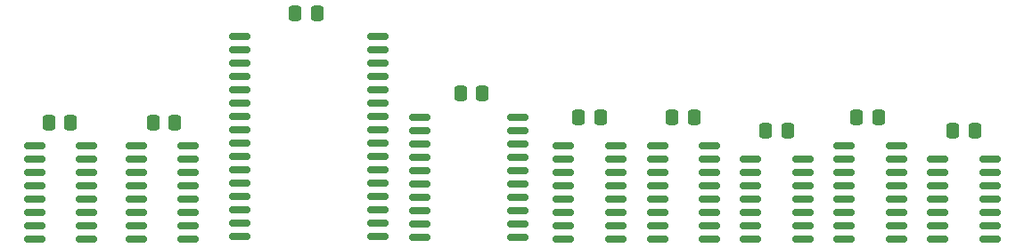
<source format=gbr>
%TF.GenerationSoftware,KiCad,Pcbnew,8.0.2*%
%TF.CreationDate,2024-08-18T09:09:39+02:00*%
%TF.ProjectId,p2000t-ram-expansion-board-128kb-smd,70323030-3074-42d7-9261-6d2d65787061,4*%
%TF.SameCoordinates,Original*%
%TF.FileFunction,Paste,Top*%
%TF.FilePolarity,Positive*%
%FSLAX46Y46*%
G04 Gerber Fmt 4.6, Leading zero omitted, Abs format (unit mm)*
G04 Created by KiCad (PCBNEW 8.0.2) date 2024-08-18 09:09:39*
%MOMM*%
%LPD*%
G01*
G04 APERTURE LIST*
G04 Aperture macros list*
%AMRoundRect*
0 Rectangle with rounded corners*
0 $1 Rounding radius*
0 $2 $3 $4 $5 $6 $7 $8 $9 X,Y pos of 4 corners*
0 Add a 4 corners polygon primitive as box body*
4,1,4,$2,$3,$4,$5,$6,$7,$8,$9,$2,$3,0*
0 Add four circle primitives for the rounded corners*
1,1,$1+$1,$2,$3*
1,1,$1+$1,$4,$5*
1,1,$1+$1,$6,$7*
1,1,$1+$1,$8,$9*
0 Add four rect primitives between the rounded corners*
20,1,$1+$1,$2,$3,$4,$5,0*
20,1,$1+$1,$4,$5,$6,$7,0*
20,1,$1+$1,$6,$7,$8,$9,0*
20,1,$1+$1,$8,$9,$2,$3,0*%
G04 Aperture macros list end*
%ADD10RoundRect,0.250000X0.337500X0.475000X-0.337500X0.475000X-0.337500X-0.475000X0.337500X-0.475000X0*%
%ADD11RoundRect,0.150000X-0.875000X-0.150000X0.875000X-0.150000X0.875000X0.150000X-0.875000X0.150000X0*%
%ADD12RoundRect,0.150000X-0.825000X-0.150000X0.825000X-0.150000X0.825000X0.150000X-0.825000X0.150000X0*%
G04 APERTURE END LIST*
D10*
%TO.C,C1*%
X87397500Y-57150000D03*
X85322500Y-57150000D03*
%TD*%
%TO.C,C9*%
X76200000Y-54864000D03*
X74125000Y-54864000D03*
%TD*%
%TO.C,C5*%
X60495000Y-47244000D03*
X58420000Y-47244000D03*
%TD*%
%TO.C,C10*%
X105177500Y-58420000D03*
X103102500Y-58420000D03*
%TD*%
%TO.C,C2*%
X122957500Y-58420000D03*
X120882500Y-58420000D03*
%TD*%
%TO.C,C6*%
X37084000Y-57658000D03*
X35009000Y-57658000D03*
%TD*%
%TO.C,C7*%
X46990000Y-57658000D03*
X44915000Y-57658000D03*
%TD*%
D11*
%TO.C,U8*%
X70280000Y-57150000D03*
X70280000Y-58420000D03*
X70280000Y-59690000D03*
X70280000Y-60960000D03*
X70280000Y-62230000D03*
X70280000Y-63500000D03*
X70280000Y-64770000D03*
X70280000Y-66040000D03*
X70280000Y-67310000D03*
X70280000Y-68580000D03*
X79580000Y-68580000D03*
X79580000Y-67310000D03*
X79580000Y-66040000D03*
X79580000Y-64770000D03*
X79580000Y-63500000D03*
X79580000Y-62230000D03*
X79580000Y-60960000D03*
X79580000Y-59690000D03*
X79580000Y-58420000D03*
X79580000Y-57150000D03*
%TD*%
%TO.C,U2*%
X53140000Y-49490000D03*
X53140000Y-50760000D03*
X53140000Y-52030000D03*
X53140000Y-53300000D03*
X53140000Y-54570000D03*
X53140000Y-55840000D03*
X53140000Y-57110000D03*
X53140000Y-58380000D03*
X53140000Y-59650000D03*
X53140000Y-60920000D03*
X53140000Y-62190000D03*
X53140000Y-63460000D03*
X53140000Y-64730000D03*
X53140000Y-66000000D03*
X53140000Y-67270000D03*
X53140000Y-68540000D03*
X66240000Y-68540000D03*
X66240000Y-67270000D03*
X66240000Y-66000000D03*
X66240000Y-64730000D03*
X66240000Y-63460000D03*
X66240000Y-62190000D03*
X66240000Y-60920000D03*
X66240000Y-59650000D03*
X66240000Y-58380000D03*
X66240000Y-57110000D03*
X66240000Y-55840000D03*
X66240000Y-54570000D03*
X66240000Y-53300000D03*
X66240000Y-52030000D03*
X66240000Y-50760000D03*
X66240000Y-49490000D03*
%TD*%
D12*
%TO.C,U4*%
X110555000Y-59870000D03*
X110555000Y-61140000D03*
X110555000Y-62410000D03*
X110555000Y-63680000D03*
X110555000Y-64950000D03*
X110555000Y-66220000D03*
X110555000Y-67490000D03*
X110555000Y-68760000D03*
X115505000Y-68760000D03*
X115505000Y-67490000D03*
X115505000Y-66220000D03*
X115505000Y-64950000D03*
X115505000Y-63680000D03*
X115505000Y-62410000D03*
X115505000Y-61140000D03*
X115505000Y-59870000D03*
%TD*%
D10*
%TO.C,C4*%
X96287500Y-57150000D03*
X94212500Y-57150000D03*
%TD*%
D12*
%TO.C,U9*%
X92840000Y-59870000D03*
X92840000Y-61140000D03*
X92840000Y-62410000D03*
X92840000Y-63680000D03*
X92840000Y-64950000D03*
X92840000Y-66220000D03*
X92840000Y-67490000D03*
X92840000Y-68760000D03*
X97790000Y-68760000D03*
X97790000Y-67490000D03*
X97790000Y-66220000D03*
X97790000Y-64950000D03*
X97790000Y-63680000D03*
X97790000Y-62410000D03*
X97790000Y-61140000D03*
X97790000Y-59870000D03*
%TD*%
%TO.C,U1*%
X43310000Y-59870000D03*
X43310000Y-61140000D03*
X43310000Y-62410000D03*
X43310000Y-63680000D03*
X43310000Y-64950000D03*
X43310000Y-66220000D03*
X43310000Y-67490000D03*
X43310000Y-68760000D03*
X48260000Y-68760000D03*
X48260000Y-67490000D03*
X48260000Y-66220000D03*
X48260000Y-64950000D03*
X48260000Y-63680000D03*
X48260000Y-62410000D03*
X48260000Y-61140000D03*
X48260000Y-59870000D03*
%TD*%
%TO.C,U7*%
X83885000Y-59870000D03*
X83885000Y-61140000D03*
X83885000Y-62410000D03*
X83885000Y-63680000D03*
X83885000Y-64950000D03*
X83885000Y-66220000D03*
X83885000Y-67490000D03*
X83885000Y-68760000D03*
X88835000Y-68760000D03*
X88835000Y-67490000D03*
X88835000Y-66220000D03*
X88835000Y-64950000D03*
X88835000Y-63680000D03*
X88835000Y-62410000D03*
X88835000Y-61140000D03*
X88835000Y-59870000D03*
%TD*%
D10*
%TO.C,C8*%
X113835000Y-57150000D03*
X111760000Y-57150000D03*
%TD*%
D12*
%TO.C,U3*%
X119445000Y-61125000D03*
X119445000Y-62395000D03*
X119445000Y-63665000D03*
X119445000Y-64935000D03*
X119445000Y-66205000D03*
X119445000Y-67475000D03*
X119445000Y-68745000D03*
X124395000Y-68745000D03*
X124395000Y-67475000D03*
X124395000Y-66205000D03*
X124395000Y-64935000D03*
X124395000Y-63665000D03*
X124395000Y-62395000D03*
X124395000Y-61125000D03*
%TD*%
%TO.C,U5*%
X33658000Y-59870000D03*
X33658000Y-61140000D03*
X33658000Y-62410000D03*
X33658000Y-63680000D03*
X33658000Y-64950000D03*
X33658000Y-66220000D03*
X33658000Y-67490000D03*
X33658000Y-68760000D03*
X38608000Y-68760000D03*
X38608000Y-67490000D03*
X38608000Y-66220000D03*
X38608000Y-64950000D03*
X38608000Y-63680000D03*
X38608000Y-62410000D03*
X38608000Y-61140000D03*
X38608000Y-59870000D03*
%TD*%
%TO.C,U10*%
X101665000Y-61125000D03*
X101665000Y-62395000D03*
X101665000Y-63665000D03*
X101665000Y-64935000D03*
X101665000Y-66205000D03*
X101665000Y-67475000D03*
X101665000Y-68745000D03*
X106615000Y-68745000D03*
X106615000Y-67475000D03*
X106615000Y-66205000D03*
X106615000Y-64935000D03*
X106615000Y-63665000D03*
X106615000Y-62395000D03*
X106615000Y-61125000D03*
%TD*%
M02*

</source>
